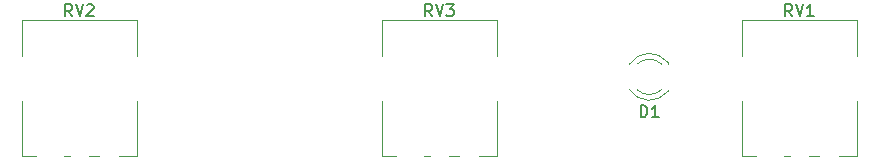
<source format=gbr>
%TF.GenerationSoftware,KiCad,Pcbnew,5.1.6-c6e7f7d~87~ubuntu18.04.1*%
%TF.CreationDate,2020-08-18T09:57:54-04:00*%
%TF.ProjectId,bit_crusher_pedal,6269745f-6372-4757-9368-65725f706564,1*%
%TF.SameCoordinates,Original*%
%TF.FileFunction,Legend,Top*%
%TF.FilePolarity,Positive*%
%FSLAX46Y46*%
G04 Gerber Fmt 4.6, Leading zero omitted, Abs format (unit mm)*
G04 Created by KiCad (PCBNEW 5.1.6-c6e7f7d~87~ubuntu18.04.1) date 2020-08-18 09:57:54*
%MOMM*%
%LPD*%
G01*
G04 APERTURE LIST*
%ADD10C,0.120000*%
%ADD11C,0.150000*%
G04 APERTURE END LIST*
D10*
%TO.C,RV3*%
X118500000Y-65160000D02*
X117670000Y-65160000D01*
X116050000Y-65160000D02*
X115520000Y-65160000D01*
X113150000Y-65160000D02*
X111970000Y-65160000D01*
X121710000Y-65160000D02*
X121710000Y-60440000D01*
X111970000Y-56630000D02*
X111970000Y-53570000D01*
X111960000Y-65160000D02*
X111960000Y-60440000D01*
X121710000Y-56630000D02*
X121710000Y-53570000D01*
X121710000Y-65160000D02*
X120220000Y-65160000D01*
X121710000Y-53570000D02*
X111970000Y-53570000D01*
%TO.C,RV2*%
X88020000Y-65160000D02*
X87190000Y-65160000D01*
X85570000Y-65160000D02*
X85040000Y-65160000D01*
X82670000Y-65160000D02*
X81490000Y-65160000D01*
X91230000Y-65160000D02*
X91230000Y-60440000D01*
X81490000Y-56630000D02*
X81490000Y-53570000D01*
X81480000Y-65160000D02*
X81480000Y-60440000D01*
X91230000Y-56630000D02*
X91230000Y-53570000D01*
X91230000Y-65160000D02*
X89740000Y-65160000D01*
X91230000Y-53570000D02*
X81490000Y-53570000D01*
%TO.C,RV1*%
X148980000Y-65160000D02*
X148150000Y-65160000D01*
X146530000Y-65160000D02*
X146000000Y-65160000D01*
X143630000Y-65160000D02*
X142450000Y-65160000D01*
X152190000Y-65160000D02*
X152190000Y-60440000D01*
X142450000Y-56630000D02*
X142450000Y-53570000D01*
X142440000Y-65160000D02*
X142440000Y-60440000D01*
X152190000Y-56630000D02*
X152190000Y-53570000D01*
X152190000Y-65160000D02*
X150700000Y-65160000D01*
X152190000Y-53570000D02*
X142450000Y-53570000D01*
%TO.C,D1*%
X136180000Y-57340000D02*
X136180000Y-57184000D01*
X136180000Y-59656000D02*
X136180000Y-59500000D01*
X133578870Y-57340163D02*
G75*
G02*
X135660961Y-57340000I1041130J-1079837D01*
G01*
X133578870Y-59499837D02*
G75*
G03*
X135660961Y-59500000I1041130J1079837D01*
G01*
X132947665Y-57341392D02*
G75*
G02*
X136180000Y-57184484I1672335J-1078608D01*
G01*
X132947665Y-59498608D02*
G75*
G03*
X136180000Y-59655516I1672335J1078608D01*
G01*
%TO.C,RV3*%
D11*
X116244761Y-53284380D02*
X115911428Y-52808190D01*
X115673333Y-53284380D02*
X115673333Y-52284380D01*
X116054285Y-52284380D01*
X116149523Y-52332000D01*
X116197142Y-52379619D01*
X116244761Y-52474857D01*
X116244761Y-52617714D01*
X116197142Y-52712952D01*
X116149523Y-52760571D01*
X116054285Y-52808190D01*
X115673333Y-52808190D01*
X116530476Y-52284380D02*
X116863809Y-53284380D01*
X117197142Y-52284380D01*
X117435238Y-52284380D02*
X118054285Y-52284380D01*
X117720952Y-52665333D01*
X117863809Y-52665333D01*
X117959047Y-52712952D01*
X118006666Y-52760571D01*
X118054285Y-52855809D01*
X118054285Y-53093904D01*
X118006666Y-53189142D01*
X117959047Y-53236761D01*
X117863809Y-53284380D01*
X117578095Y-53284380D01*
X117482857Y-53236761D01*
X117435238Y-53189142D01*
%TO.C,RV2*%
X85764761Y-53284380D02*
X85431428Y-52808190D01*
X85193333Y-53284380D02*
X85193333Y-52284380D01*
X85574285Y-52284380D01*
X85669523Y-52332000D01*
X85717142Y-52379619D01*
X85764761Y-52474857D01*
X85764761Y-52617714D01*
X85717142Y-52712952D01*
X85669523Y-52760571D01*
X85574285Y-52808190D01*
X85193333Y-52808190D01*
X86050476Y-52284380D02*
X86383809Y-53284380D01*
X86717142Y-52284380D01*
X87002857Y-52379619D02*
X87050476Y-52332000D01*
X87145714Y-52284380D01*
X87383809Y-52284380D01*
X87479047Y-52332000D01*
X87526666Y-52379619D01*
X87574285Y-52474857D01*
X87574285Y-52570095D01*
X87526666Y-52712952D01*
X86955238Y-53284380D01*
X87574285Y-53284380D01*
%TO.C,RV1*%
X146724761Y-53284380D02*
X146391428Y-52808190D01*
X146153333Y-53284380D02*
X146153333Y-52284380D01*
X146534285Y-52284380D01*
X146629523Y-52332000D01*
X146677142Y-52379619D01*
X146724761Y-52474857D01*
X146724761Y-52617714D01*
X146677142Y-52712952D01*
X146629523Y-52760571D01*
X146534285Y-52808190D01*
X146153333Y-52808190D01*
X147010476Y-52284380D02*
X147343809Y-53284380D01*
X147677142Y-52284380D01*
X148534285Y-53284380D02*
X147962857Y-53284380D01*
X148248571Y-53284380D02*
X148248571Y-52284380D01*
X148153333Y-52427238D01*
X148058095Y-52522476D01*
X147962857Y-52570095D01*
%TO.C,D1*%
X133881904Y-61832380D02*
X133881904Y-60832380D01*
X134120000Y-60832380D01*
X134262857Y-60880000D01*
X134358095Y-60975238D01*
X134405714Y-61070476D01*
X134453333Y-61260952D01*
X134453333Y-61403809D01*
X134405714Y-61594285D01*
X134358095Y-61689523D01*
X134262857Y-61784761D01*
X134120000Y-61832380D01*
X133881904Y-61832380D01*
X135405714Y-61832380D02*
X134834285Y-61832380D01*
X135120000Y-61832380D02*
X135120000Y-60832380D01*
X135024761Y-60975238D01*
X134929523Y-61070476D01*
X134834285Y-61118095D01*
%TD*%
M02*

</source>
